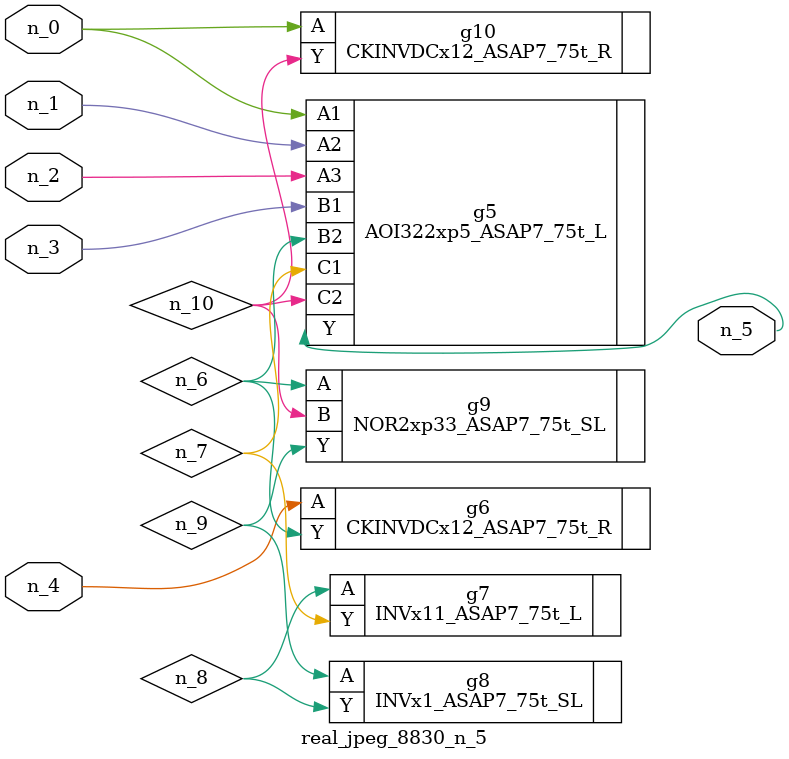
<source format=v>
module real_jpeg_8830_n_5 (n_4, n_0, n_1, n_2, n_3, n_5);

input n_4;
input n_0;
input n_1;
input n_2;
input n_3;

output n_5;

wire n_8;
wire n_6;
wire n_7;
wire n_10;
wire n_9;

AOI322xp5_ASAP7_75t_L g5 ( 
.A1(n_0),
.A2(n_1),
.A3(n_2),
.B1(n_3),
.B2(n_6),
.C1(n_7),
.C2(n_10),
.Y(n_5)
);

CKINVDCx12_ASAP7_75t_R g10 ( 
.A(n_0),
.Y(n_10)
);

CKINVDCx12_ASAP7_75t_R g6 ( 
.A(n_4),
.Y(n_6)
);

NOR2xp33_ASAP7_75t_SL g9 ( 
.A(n_6),
.B(n_10),
.Y(n_9)
);

INVx11_ASAP7_75t_L g7 ( 
.A(n_8),
.Y(n_7)
);

INVx1_ASAP7_75t_SL g8 ( 
.A(n_9),
.Y(n_8)
);


endmodule
</source>
